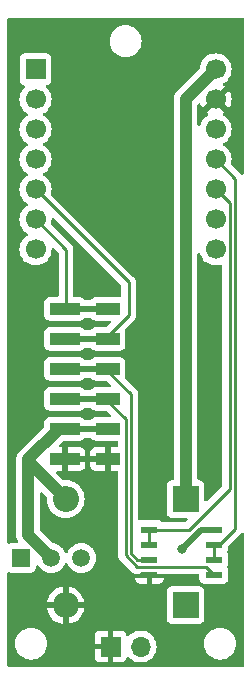
<source format=gbr>
%TF.GenerationSoftware,KiCad,Pcbnew,7.0.9*%
%TF.CreationDate,2024-09-19T11:25:21-04:00*%
%TF.ProjectId,Module_PCB,4d6f6475-6c65-45f5-9043-422e6b696361,rev?*%
%TF.SameCoordinates,Original*%
%TF.FileFunction,Copper,L1,Top*%
%TF.FilePolarity,Positive*%
%FSLAX46Y46*%
G04 Gerber Fmt 4.6, Leading zero omitted, Abs format (unit mm)*
G04 Created by KiCad (PCBNEW 7.0.9) date 2024-09-19 11:25:21*
%MOMM*%
%LPD*%
G01*
G04 APERTURE LIST*
%TA.AperFunction,ComponentPad*%
%ADD10R,2.200000X2.200000*%
%TD*%
%TA.AperFunction,ComponentPad*%
%ADD11O,2.200000X2.200000*%
%TD*%
%TA.AperFunction,SMDPad,CuDef*%
%ADD12R,2.000000X1.000000*%
%TD*%
%TA.AperFunction,ComponentPad*%
%ADD13R,1.500000X1.500000*%
%TD*%
%TA.AperFunction,ComponentPad*%
%ADD14C,1.500000*%
%TD*%
%TA.AperFunction,ComponentPad*%
%ADD15R,1.700000X1.700000*%
%TD*%
%TA.AperFunction,ComponentPad*%
%ADD16O,1.700000X1.700000*%
%TD*%
%TA.AperFunction,SMDPad,CuDef*%
%ADD17R,1.460500X0.558800*%
%TD*%
%TA.AperFunction,ComponentPad*%
%ADD18C,1.700000*%
%TD*%
%TA.AperFunction,SMDPad,CuDef*%
%ADD19R,2.500000X1.000000*%
%TD*%
%TA.AperFunction,ViaPad*%
%ADD20C,0.800000*%
%TD*%
%TA.AperFunction,Conductor*%
%ADD21C,1.000000*%
%TD*%
%TA.AperFunction,Conductor*%
%ADD22C,0.500000*%
%TD*%
%TA.AperFunction,Conductor*%
%ADD23C,0.250000*%
%TD*%
G04 APERTURE END LIST*
D10*
%TO.P,D1,1,K*%
%TO.N,Net-(D1-K)*%
X15080000Y-40750000D03*
D11*
%TO.P,D1,2,A*%
%TO.N,5V*%
X4920000Y-40750000D03*
%TD*%
D12*
%TO.P,J1,1,1*%
%TO.N,SCL*%
X8475000Y-24650000D03*
%TO.P,J1,2,2*%
%TO.N,SDA*%
X8475000Y-27190000D03*
%TO.P,J1,3,3*%
%TO.N,D9*%
X8475000Y-29730000D03*
%TO.P,J1,4,4*%
%TO.N,D10*%
X8475000Y-32270000D03*
%TO.P,J1,5,5*%
%TO.N,5V*%
X8475000Y-34810000D03*
%TO.P,J1,6,6*%
%TO.N,GND*%
X8475000Y-37350000D03*
%TD*%
D13*
%TO.P,Q1,1,E*%
%TO.N,Net-(D2-K)*%
X1170000Y-45750000D03*
D14*
%TO.P,Q1,2,C*%
%TO.N,5V*%
X3710000Y-45750000D03*
%TO.P,Q1,3,B*%
%TO.N,VALVE*%
X6250000Y-45750000D03*
%TD*%
D15*
%TO.P,J3,1,Pin_1*%
%TO.N,GND*%
X8725000Y-53250000D03*
D16*
%TO.P,J3,2,Pin_2*%
%TO.N,Net-(D2-K)*%
X11265000Y-53250000D03*
%TD*%
D17*
%TO.P,U2,1*%
%TO.N,D9_BUFFERED*%
X12025850Y-43345000D03*
%TO.P,U2,2,-*%
X12025850Y-44615000D03*
%TO.P,U2,3,+*%
%TO.N,D9*%
X12025850Y-45885000D03*
%TO.P,U2,4,V-*%
%TO.N,GND*%
X12025850Y-47155000D03*
%TO.P,U2,5,+*%
%TO.N,D10*%
X17474150Y-47155000D03*
%TO.P,U2,6,-*%
%TO.N,D10_BUFFERED*%
X17474150Y-45885000D03*
%TO.P,U2,7*%
X17474150Y-44615000D03*
%TO.P,U2,8,V+*%
%TO.N,5V*%
X17474150Y-43345000D03*
%TD*%
D10*
%TO.P,D2,1,K*%
%TO.N,Net-(D2-K)*%
X15080000Y-49750000D03*
D11*
%TO.P,D2,2,A*%
%TO.N,GND*%
X4920000Y-49750000D03*
%TD*%
D15*
%TO.P,U1,1,PA02_A0_D0*%
%TO.N,unconnected-(U1-PA02_A0_D0-Pad1)*%
X2375000Y-4380000D03*
D18*
%TO.P,U1,2,PA4_A1_D1*%
%TO.N,unconnected-(U1-PA4_A1_D1-Pad2)*%
X2375000Y-6920000D03*
%TO.P,U1,3,PA10_A2_D2*%
%TO.N,unconnected-(U1-PA10_A2_D2-Pad3)*%
X2375000Y-9460000D03*
%TO.P,U1,4,PA11_A3_D3*%
%TO.N,VALVE*%
X2375000Y-12000000D03*
%TO.P,U1,5,PA8_A4_D4_SDA*%
%TO.N,SDA*%
X2375000Y-14540000D03*
%TO.P,U1,6,PA9_A5_D5_SCL*%
%TO.N,SCL*%
X2375000Y-17080000D03*
%TO.P,U1,7,PB08_A6_D6_TX*%
%TO.N,unconnected-(U1-PB08_A6_D6_TX-Pad7)*%
X2375000Y-19620000D03*
%TO.P,U1,8,PB09_A7_D7_RX*%
%TO.N,unconnected-(U1-PB09_A7_D7_RX-Pad8)*%
X17625000Y-19620000D03*
%TO.P,U1,9,PA7_A8_D8_SCK*%
%TO.N,unconnected-(U1-PA7_A8_D8_SCK-Pad9)*%
X17625000Y-17080000D03*
%TO.P,U1,10,PA5_A9_D9_MISO*%
%TO.N,D9_BUFFERED*%
X17625000Y-14540000D03*
%TO.P,U1,11,PA6_A10_D10_MOSI*%
%TO.N,D10_BUFFERED*%
X17625000Y-12000000D03*
%TO.P,U1,12,3V3*%
%TO.N,unconnected-(U1-3V3-Pad12)*%
X17625000Y-9460000D03*
%TO.P,U1,13,GND*%
%TO.N,GND*%
X17625000Y-6920000D03*
%TO.P,U1,14,5V*%
%TO.N,Net-(D1-K)*%
X17625000Y-4380000D03*
%TD*%
D19*
%TO.P,J2,1,1*%
%TO.N,GND*%
X4850000Y-37350000D03*
%TO.P,J2,2,2*%
%TO.N,5V*%
X4850000Y-34810000D03*
%TO.P,J2,3,3*%
%TO.N,D10*%
X4850000Y-32270000D03*
%TO.P,J2,4,4*%
%TO.N,D9*%
X4850000Y-29730000D03*
%TO.P,J2,5,5*%
%TO.N,SDA*%
X4850000Y-27190000D03*
%TO.P,J2,6,6*%
%TO.N,SCL*%
X4850000Y-24650000D03*
%TD*%
D20*
%TO.N,5V*%
X14750000Y-45000000D03*
%TO.N,GND*%
X5000000Y-2500000D03*
X17500000Y-50000000D03*
X12500000Y-12500000D03*
X17500000Y-22500000D03*
X12500000Y-22500000D03*
X15000000Y-2500000D03*
X17500000Y-32500000D03*
X7500000Y-22500000D03*
X2500000Y-49750000D03*
X7000000Y-42500000D03*
X5000000Y-12500000D03*
X12500000Y-32500000D03*
%TD*%
D21*
%TO.N,Net-(D1-K)*%
X17625000Y-4380000D02*
X15080000Y-6925000D01*
X15080000Y-6925000D02*
X15080000Y-40750000D01*
%TO.N,5V*%
X1750000Y-37580000D02*
X4920000Y-40750000D01*
D22*
X16405000Y-43345000D02*
X14750000Y-45000000D01*
D21*
X4340000Y-34810000D02*
X4950000Y-34810000D01*
D22*
X4950000Y-34810000D02*
X8275000Y-34810000D01*
D21*
X1750000Y-37400000D02*
X1750000Y-37580000D01*
X1750000Y-43790000D02*
X1750000Y-37400000D01*
D22*
X17474150Y-43345000D02*
X16405000Y-43345000D01*
D21*
X3710000Y-45750000D02*
X1750000Y-43790000D01*
X1750000Y-37400000D02*
X4340000Y-34810000D01*
D22*
%TO.N,GND*%
X12025850Y-47155000D02*
X11386200Y-47155000D01*
D23*
%TO.N,SDA*%
X2375000Y-14540000D02*
X10250000Y-22415000D01*
X10250000Y-22415000D02*
X10250000Y-25215000D01*
D22*
X4950000Y-27190000D02*
X8275000Y-27190000D01*
D23*
X10250000Y-25215000D02*
X8275000Y-27190000D01*
%TO.N,SCL*%
X2375000Y-17080000D02*
X4950000Y-19655000D01*
X4950000Y-19655000D02*
X4950000Y-24650000D01*
D22*
X4950000Y-24650000D02*
X8275000Y-24650000D01*
D23*
%TO.N,D9_BUFFERED*%
X18800000Y-39880000D02*
X15335000Y-43345000D01*
X12025850Y-44615000D02*
X12025850Y-43345000D01*
X18800000Y-15715000D02*
X18800000Y-39880000D01*
X15335000Y-43345000D02*
X12025850Y-43345000D01*
X17625000Y-14540000D02*
X18800000Y-15715000D01*
%TO.N,D10_BUFFERED*%
X19250000Y-43290000D02*
X17925000Y-44615000D01*
X17925000Y-44615000D02*
X17474150Y-44615000D01*
X17474150Y-44615000D02*
X17474150Y-45885000D01*
X17625000Y-12000000D02*
X19250000Y-13625000D01*
X19250000Y-13625000D02*
X19250000Y-43290000D01*
%TO.N,D9*%
X12025850Y-45885000D02*
X11002596Y-45885000D01*
X11002596Y-45885000D02*
X10450000Y-45332404D01*
X10450000Y-45332404D02*
X10450000Y-31905000D01*
X10450000Y-31905000D02*
X8275000Y-29730000D01*
D22*
X4950000Y-29730000D02*
X8275000Y-29730000D01*
D23*
%TO.N,D10*%
X16808550Y-46489400D02*
X10970600Y-46489400D01*
X10000000Y-45518800D02*
X10000000Y-33995000D01*
X10970600Y-46489400D02*
X10000000Y-45518800D01*
X10000000Y-33995000D02*
X8275000Y-32270000D01*
D22*
X4950000Y-32270000D02*
X8275000Y-32270000D01*
D23*
X17474150Y-47155000D02*
X16808550Y-46489400D01*
%TD*%
%TA.AperFunction,Conductor*%
%TO.N,GND*%
G36*
X7042288Y-35580185D02*
G01*
X7074515Y-35610188D01*
X7117451Y-35667542D01*
X7117454Y-35667546D01*
X7117457Y-35667548D01*
X7232664Y-35753793D01*
X7232671Y-35753797D01*
X7367517Y-35804091D01*
X7367516Y-35804091D01*
X7374444Y-35804835D01*
X7427127Y-35810500D01*
X9250500Y-35810499D01*
X9317539Y-35830184D01*
X9363294Y-35882987D01*
X9374500Y-35934499D01*
X9374500Y-36226000D01*
X9354815Y-36293039D01*
X9302011Y-36338794D01*
X9250500Y-36350000D01*
X8725000Y-36350000D01*
X8725000Y-38350000D01*
X9250500Y-38350000D01*
X9317539Y-38369685D01*
X9363294Y-38422489D01*
X9374500Y-38474000D01*
X9374500Y-45436055D01*
X9372775Y-45451672D01*
X9373061Y-45451699D01*
X9372326Y-45459465D01*
X9374500Y-45528614D01*
X9374500Y-45558143D01*
X9374501Y-45558160D01*
X9375368Y-45565031D01*
X9375826Y-45570850D01*
X9377290Y-45617424D01*
X9377291Y-45617427D01*
X9382880Y-45636667D01*
X9386824Y-45655711D01*
X9389336Y-45675591D01*
X9406490Y-45718919D01*
X9408382Y-45724447D01*
X9421381Y-45769188D01*
X9431580Y-45786434D01*
X9440138Y-45803903D01*
X9447514Y-45822532D01*
X9474898Y-45860223D01*
X9478106Y-45865107D01*
X9501827Y-45905216D01*
X9501833Y-45905224D01*
X9515990Y-45919380D01*
X9528628Y-45934176D01*
X9540405Y-45950386D01*
X9540406Y-45950387D01*
X9576309Y-45980088D01*
X9580620Y-45984010D01*
X10042298Y-46445688D01*
X10469794Y-46873184D01*
X10479619Y-46885448D01*
X10479840Y-46885266D01*
X10484810Y-46891273D01*
X10484813Y-46891276D01*
X10484814Y-46891277D01*
X10535251Y-46938641D01*
X10556130Y-46959520D01*
X10561604Y-46963766D01*
X10566042Y-46967556D01*
X10600018Y-46999462D01*
X10617573Y-47009113D01*
X10633831Y-47019792D01*
X10649664Y-47032074D01*
X10671615Y-47041572D01*
X10692437Y-47050583D01*
X10697681Y-47053152D01*
X10738508Y-47075597D01*
X10757912Y-47080579D01*
X10776310Y-47086878D01*
X10794705Y-47094838D01*
X10840729Y-47102126D01*
X10846432Y-47103307D01*
X10891581Y-47114900D01*
X10911616Y-47114900D01*
X10931013Y-47116426D01*
X10950796Y-47119560D01*
X10997184Y-47115175D01*
X11003022Y-47114900D01*
X16119400Y-47114900D01*
X16186439Y-47134585D01*
X16232194Y-47187389D01*
X16243400Y-47238899D01*
X16243400Y-47482269D01*
X16243401Y-47482276D01*
X16249808Y-47541883D01*
X16300102Y-47676728D01*
X16300106Y-47676735D01*
X16386352Y-47791944D01*
X16386355Y-47791947D01*
X16501564Y-47878193D01*
X16501571Y-47878197D01*
X16636417Y-47928491D01*
X16636416Y-47928491D01*
X16643344Y-47929235D01*
X16696027Y-47934900D01*
X18252272Y-47934899D01*
X18311883Y-47928491D01*
X18446731Y-47878196D01*
X18561946Y-47791946D01*
X18648196Y-47676731D01*
X18698491Y-47541883D01*
X18704900Y-47482273D01*
X18704899Y-46827728D01*
X18698491Y-46768117D01*
X18688873Y-46742331D01*
X18648197Y-46633272D01*
X18648196Y-46633269D01*
X18619029Y-46594307D01*
X18594613Y-46528848D01*
X18609464Y-46460575D01*
X18619021Y-46445702D01*
X18648196Y-46406731D01*
X18698491Y-46271883D01*
X18704900Y-46212273D01*
X18704899Y-45557728D01*
X18698491Y-45498117D01*
X18684075Y-45459467D01*
X18648197Y-45363272D01*
X18648196Y-45363269D01*
X18619029Y-45324307D01*
X18594613Y-45258848D01*
X18609464Y-45190575D01*
X18619021Y-45175702D01*
X18648196Y-45136731D01*
X18698491Y-45001883D01*
X18704900Y-44942273D01*
X18704899Y-44771051D01*
X18724583Y-44704012D01*
X18741213Y-44683375D01*
X19633787Y-43790802D01*
X19646042Y-43780986D01*
X19645859Y-43780764D01*
X19651866Y-43775792D01*
X19651877Y-43775786D01*
X19682775Y-43742882D01*
X19699227Y-43725364D01*
X19709671Y-43714918D01*
X19720120Y-43704471D01*
X19724379Y-43698978D01*
X19728152Y-43694561D01*
X19760062Y-43660582D01*
X19766836Y-43648258D01*
X19816380Y-43598994D01*
X19884695Y-43584334D01*
X19950090Y-43608936D01*
X19991804Y-43664987D01*
X19999500Y-43707993D01*
X19999500Y-54875500D01*
X19979815Y-54942539D01*
X19927011Y-54988294D01*
X19875500Y-54999500D01*
X124500Y-54999500D01*
X57461Y-54979815D01*
X11706Y-54927011D01*
X500Y-54875500D01*
X500Y-53000000D01*
X644341Y-53000000D01*
X664936Y-53235403D01*
X664938Y-53235413D01*
X726094Y-53463655D01*
X726096Y-53463659D01*
X726097Y-53463663D01*
X776031Y-53570746D01*
X825964Y-53677828D01*
X825965Y-53677830D01*
X961505Y-53871402D01*
X1128597Y-54038494D01*
X1322169Y-54174034D01*
X1322171Y-54174035D01*
X1536337Y-54273903D01*
X1764592Y-54335063D01*
X1941034Y-54350500D01*
X2058966Y-54350500D01*
X2235408Y-54335063D01*
X2463663Y-54273903D01*
X2677829Y-54174035D01*
X2715234Y-54147844D01*
X7375000Y-54147844D01*
X7381401Y-54207372D01*
X7381403Y-54207379D01*
X7431645Y-54342086D01*
X7431649Y-54342093D01*
X7517809Y-54457187D01*
X7517812Y-54457190D01*
X7632906Y-54543350D01*
X7632913Y-54543354D01*
X7767620Y-54593596D01*
X7767627Y-54593598D01*
X7827155Y-54599999D01*
X7827172Y-54600000D01*
X8475000Y-54600000D01*
X8475000Y-53685501D01*
X8582685Y-53734680D01*
X8689237Y-53750000D01*
X8760763Y-53750000D01*
X8867315Y-53734680D01*
X8975000Y-53685501D01*
X8975000Y-54600000D01*
X9622828Y-54600000D01*
X9622844Y-54599999D01*
X9682372Y-54593598D01*
X9682379Y-54593596D01*
X9817086Y-54543354D01*
X9817093Y-54543350D01*
X9932187Y-54457190D01*
X9932190Y-54457187D01*
X10018350Y-54342093D01*
X10018354Y-54342086D01*
X10067422Y-54210529D01*
X10109293Y-54154595D01*
X10174757Y-54130178D01*
X10243030Y-54145030D01*
X10271285Y-54166181D01*
X10393599Y-54288495D01*
X10460102Y-54335061D01*
X10587165Y-54424032D01*
X10587167Y-54424033D01*
X10587170Y-54424035D01*
X10801337Y-54523903D01*
X11029592Y-54585063D01*
X11200319Y-54600000D01*
X11264999Y-54605659D01*
X11265000Y-54605659D01*
X11265001Y-54605659D01*
X11329681Y-54600000D01*
X11500408Y-54585063D01*
X11728663Y-54523903D01*
X11942830Y-54424035D01*
X12136401Y-54288495D01*
X12303495Y-54121401D01*
X12439035Y-53927830D01*
X12538903Y-53713663D01*
X12600063Y-53485408D01*
X12620659Y-53250000D01*
X12600063Y-53014592D01*
X12596153Y-53000000D01*
X16644341Y-53000000D01*
X16664936Y-53235403D01*
X16664938Y-53235413D01*
X16726094Y-53463655D01*
X16726096Y-53463659D01*
X16726097Y-53463663D01*
X16776031Y-53570746D01*
X16825964Y-53677828D01*
X16825965Y-53677830D01*
X16961505Y-53871402D01*
X17128597Y-54038494D01*
X17322169Y-54174034D01*
X17322171Y-54174035D01*
X17536337Y-54273903D01*
X17764592Y-54335063D01*
X17941034Y-54350500D01*
X18058966Y-54350500D01*
X18235408Y-54335063D01*
X18463663Y-54273903D01*
X18677829Y-54174035D01*
X18871401Y-54038495D01*
X19038495Y-53871401D01*
X19174035Y-53677830D01*
X19273903Y-53463663D01*
X19335063Y-53235408D01*
X19355659Y-53000000D01*
X19335063Y-52764592D01*
X19273903Y-52536337D01*
X19174035Y-52322171D01*
X19174034Y-52322169D01*
X19038494Y-52128597D01*
X18871402Y-51961505D01*
X18677830Y-51825965D01*
X18677828Y-51825964D01*
X18570746Y-51776031D01*
X18463663Y-51726097D01*
X18463659Y-51726096D01*
X18463655Y-51726094D01*
X18235413Y-51664938D01*
X18235403Y-51664936D01*
X18058966Y-51649500D01*
X17941034Y-51649500D01*
X17764596Y-51664936D01*
X17764586Y-51664938D01*
X17536344Y-51726094D01*
X17536335Y-51726098D01*
X17322171Y-51825964D01*
X17322169Y-51825965D01*
X17128597Y-51961505D01*
X16961506Y-52128597D01*
X16961501Y-52128604D01*
X16825967Y-52322165D01*
X16825965Y-52322169D01*
X16726098Y-52536335D01*
X16726094Y-52536344D01*
X16664938Y-52764586D01*
X16664936Y-52764596D01*
X16644341Y-52999999D01*
X16644341Y-53000000D01*
X12596153Y-53000000D01*
X12538903Y-52786337D01*
X12439035Y-52572171D01*
X12413943Y-52536335D01*
X12303494Y-52378597D01*
X12136402Y-52211506D01*
X12136395Y-52211501D01*
X11942834Y-52075967D01*
X11942830Y-52075965D01*
X11871727Y-52042809D01*
X11728663Y-51976097D01*
X11728659Y-51976096D01*
X11728655Y-51976094D01*
X11500413Y-51914938D01*
X11500403Y-51914936D01*
X11265001Y-51894341D01*
X11264999Y-51894341D01*
X11029596Y-51914936D01*
X11029586Y-51914938D01*
X10801344Y-51976094D01*
X10801335Y-51976098D01*
X10587171Y-52075964D01*
X10587169Y-52075965D01*
X10393600Y-52211503D01*
X10271284Y-52333819D01*
X10209961Y-52367303D01*
X10140269Y-52362319D01*
X10084336Y-52320447D01*
X10067421Y-52289470D01*
X10018354Y-52157913D01*
X10018350Y-52157906D01*
X9932190Y-52042812D01*
X9932187Y-52042809D01*
X9817093Y-51956649D01*
X9817086Y-51956645D01*
X9682379Y-51906403D01*
X9682372Y-51906401D01*
X9622844Y-51900000D01*
X8975000Y-51900000D01*
X8975000Y-52814498D01*
X8867315Y-52765320D01*
X8760763Y-52750000D01*
X8689237Y-52750000D01*
X8582685Y-52765320D01*
X8475000Y-52814498D01*
X8475000Y-51900000D01*
X7827155Y-51900000D01*
X7767627Y-51906401D01*
X7767620Y-51906403D01*
X7632913Y-51956645D01*
X7632906Y-51956649D01*
X7517812Y-52042809D01*
X7517809Y-52042812D01*
X7431649Y-52157906D01*
X7431645Y-52157913D01*
X7381403Y-52292620D01*
X7381401Y-52292627D01*
X7375000Y-52352155D01*
X7375000Y-53000000D01*
X8291314Y-53000000D01*
X8265507Y-53040156D01*
X8225000Y-53178111D01*
X8225000Y-53321889D01*
X8265507Y-53459844D01*
X8291314Y-53500000D01*
X7375000Y-53500000D01*
X7375000Y-54147844D01*
X2715234Y-54147844D01*
X2871401Y-54038495D01*
X3038495Y-53871401D01*
X3174035Y-53677830D01*
X3273903Y-53463663D01*
X3335063Y-53235408D01*
X3355659Y-53000000D01*
X3335063Y-52764592D01*
X3273903Y-52536337D01*
X3174035Y-52322171D01*
X3174034Y-52322169D01*
X3038494Y-52128597D01*
X2871402Y-51961505D01*
X2677830Y-51825965D01*
X2677828Y-51825964D01*
X2570746Y-51776031D01*
X2463663Y-51726097D01*
X2463659Y-51726096D01*
X2463655Y-51726094D01*
X2235413Y-51664938D01*
X2235403Y-51664936D01*
X2058966Y-51649500D01*
X1941034Y-51649500D01*
X1764596Y-51664936D01*
X1764586Y-51664938D01*
X1536344Y-51726094D01*
X1536335Y-51726098D01*
X1322171Y-51825964D01*
X1322169Y-51825965D01*
X1128597Y-51961505D01*
X961506Y-52128597D01*
X961501Y-52128604D01*
X825967Y-52322165D01*
X825965Y-52322169D01*
X726098Y-52536335D01*
X726094Y-52536344D01*
X664938Y-52764586D01*
X664936Y-52764596D01*
X644341Y-52999999D01*
X644341Y-53000000D01*
X500Y-53000000D01*
X500Y-50000000D01*
X3334728Y-50000000D01*
X3334811Y-50001067D01*
X3393603Y-50245956D01*
X3489980Y-50478631D01*
X3621568Y-50693362D01*
X3621571Y-50693367D01*
X3785130Y-50884869D01*
X3976632Y-51048428D01*
X3976637Y-51048431D01*
X4191368Y-51180019D01*
X4424043Y-51276396D01*
X4668932Y-51335188D01*
X4669999Y-51335271D01*
X4670000Y-51335271D01*
X4670000Y-50241683D01*
X4698819Y-50259209D01*
X4844404Y-50300000D01*
X4957622Y-50300000D01*
X5069783Y-50284584D01*
X5170000Y-50241053D01*
X5170000Y-51335271D01*
X5171067Y-51335188D01*
X5415956Y-51276396D01*
X5648631Y-51180019D01*
X5863362Y-51048431D01*
X5863367Y-51048428D01*
X6039647Y-50897870D01*
X13479500Y-50897870D01*
X13479501Y-50897876D01*
X13485908Y-50957483D01*
X13536202Y-51092328D01*
X13536206Y-51092335D01*
X13622452Y-51207544D01*
X13622455Y-51207547D01*
X13737664Y-51293793D01*
X13737671Y-51293797D01*
X13872517Y-51344091D01*
X13872516Y-51344091D01*
X13879444Y-51344835D01*
X13932127Y-51350500D01*
X16227872Y-51350499D01*
X16287483Y-51344091D01*
X16422331Y-51293796D01*
X16537546Y-51207546D01*
X16623796Y-51092331D01*
X16674091Y-50957483D01*
X16680500Y-50897873D01*
X16680499Y-48602128D01*
X16674091Y-48542517D01*
X16640170Y-48451571D01*
X16623797Y-48407671D01*
X16623793Y-48407664D01*
X16537547Y-48292455D01*
X16537544Y-48292452D01*
X16422335Y-48206206D01*
X16422328Y-48206202D01*
X16287482Y-48155908D01*
X16287483Y-48155908D01*
X16227883Y-48149501D01*
X16227881Y-48149500D01*
X16227873Y-48149500D01*
X16227864Y-48149500D01*
X13932129Y-48149500D01*
X13932123Y-48149501D01*
X13872516Y-48155908D01*
X13737671Y-48206202D01*
X13737664Y-48206206D01*
X13622455Y-48292452D01*
X13622452Y-48292455D01*
X13536206Y-48407664D01*
X13536202Y-48407671D01*
X13485908Y-48542517D01*
X13479501Y-48602116D01*
X13479501Y-48602123D01*
X13479500Y-48602135D01*
X13479500Y-50897870D01*
X6039647Y-50897870D01*
X6054869Y-50884869D01*
X6218428Y-50693367D01*
X6218431Y-50693362D01*
X6350019Y-50478631D01*
X6446396Y-50245956D01*
X6505188Y-50001067D01*
X6505272Y-50000000D01*
X5414852Y-50000000D01*
X5463559Y-49862953D01*
X5473877Y-49712114D01*
X5443116Y-49564085D01*
X5409910Y-49500000D01*
X6505271Y-49500000D01*
X6505271Y-49499999D01*
X6505188Y-49498932D01*
X6446396Y-49254043D01*
X6350019Y-49021368D01*
X6218431Y-48806637D01*
X6218428Y-48806632D01*
X6054869Y-48615130D01*
X5863367Y-48451571D01*
X5863362Y-48451568D01*
X5648631Y-48319980D01*
X5415956Y-48223603D01*
X5171064Y-48164811D01*
X5170000Y-48164726D01*
X5170000Y-49258316D01*
X5141181Y-49240791D01*
X4995596Y-49200000D01*
X4882378Y-49200000D01*
X4770217Y-49215416D01*
X4670000Y-49258946D01*
X4670000Y-48164726D01*
X4668935Y-48164811D01*
X4424043Y-48223603D01*
X4191368Y-48319980D01*
X3976637Y-48451568D01*
X3976632Y-48451571D01*
X3785130Y-48615130D01*
X3621571Y-48806632D01*
X3621568Y-48806637D01*
X3489980Y-49021368D01*
X3393603Y-49254043D01*
X3334811Y-49498932D01*
X3334728Y-49499999D01*
X3334729Y-49500000D01*
X4425148Y-49500000D01*
X4376441Y-49637047D01*
X4366123Y-49787886D01*
X4396884Y-49935915D01*
X4430090Y-50000000D01*
X3334728Y-50000000D01*
X500Y-50000000D01*
X500Y-47405000D01*
X10795600Y-47405000D01*
X10795600Y-47482244D01*
X10802001Y-47541772D01*
X10802003Y-47541779D01*
X10852245Y-47676486D01*
X10852249Y-47676493D01*
X10938409Y-47791587D01*
X10938412Y-47791590D01*
X11053506Y-47877750D01*
X11053513Y-47877754D01*
X11188220Y-47927996D01*
X11188227Y-47927998D01*
X11247755Y-47934399D01*
X11247772Y-47934400D01*
X11775850Y-47934400D01*
X11775850Y-47405000D01*
X12275850Y-47405000D01*
X12275850Y-47934400D01*
X12803928Y-47934400D01*
X12803944Y-47934399D01*
X12863472Y-47927998D01*
X12863479Y-47927996D01*
X12998186Y-47877754D01*
X12998193Y-47877750D01*
X13113287Y-47791590D01*
X13113290Y-47791587D01*
X13199450Y-47676493D01*
X13199454Y-47676486D01*
X13249696Y-47541779D01*
X13249698Y-47541772D01*
X13256099Y-47482244D01*
X13256100Y-47482227D01*
X13256100Y-47405000D01*
X12275850Y-47405000D01*
X11775850Y-47405000D01*
X10795600Y-47405000D01*
X500Y-47405000D01*
X500Y-47056045D01*
X20185Y-46989006D01*
X72989Y-46943251D01*
X142147Y-46933307D01*
X168804Y-46942184D01*
X169359Y-46940697D01*
X312517Y-46994091D01*
X312516Y-46994091D01*
X319444Y-46994835D01*
X372127Y-47000500D01*
X1967872Y-47000499D01*
X2027483Y-46994091D01*
X2162331Y-46943796D01*
X2277546Y-46857546D01*
X2363796Y-46742331D01*
X2414091Y-46607483D01*
X2420500Y-46547873D01*
X2420499Y-46481860D01*
X2440183Y-46414824D01*
X2492986Y-46369068D01*
X2562144Y-46359124D01*
X2625700Y-46388148D01*
X2646073Y-46410738D01*
X2695877Y-46481864D01*
X2748402Y-46556877D01*
X2903123Y-46711598D01*
X3082361Y-46837102D01*
X3280670Y-46929575D01*
X3492023Y-46986207D01*
X3674926Y-47002208D01*
X3709998Y-47005277D01*
X3710000Y-47005277D01*
X3710002Y-47005277D01*
X3738254Y-47002805D01*
X3927977Y-46986207D01*
X4139330Y-46929575D01*
X4337639Y-46837102D01*
X4516877Y-46711598D01*
X4671598Y-46556877D01*
X4797102Y-46377639D01*
X4867618Y-46226414D01*
X4913790Y-46173977D01*
X4980984Y-46154825D01*
X5047865Y-46175041D01*
X5092381Y-46226414D01*
X5162898Y-46377639D01*
X5288402Y-46556877D01*
X5443123Y-46711598D01*
X5622361Y-46837102D01*
X5820670Y-46929575D01*
X6032023Y-46986207D01*
X6214926Y-47002208D01*
X6249998Y-47005277D01*
X6250000Y-47005277D01*
X6250002Y-47005277D01*
X6278254Y-47002805D01*
X6467977Y-46986207D01*
X6679330Y-46929575D01*
X6877639Y-46837102D01*
X7056877Y-46711598D01*
X7211598Y-46556877D01*
X7337102Y-46377639D01*
X7429575Y-46179330D01*
X7486207Y-45967977D01*
X7505277Y-45750000D01*
X7504393Y-45739900D01*
X7497134Y-45656928D01*
X7486207Y-45532023D01*
X7429575Y-45320670D01*
X7337102Y-45122362D01*
X7337100Y-45122359D01*
X7337099Y-45122357D01*
X7211599Y-44943124D01*
X7135800Y-44867325D01*
X7056877Y-44788402D01*
X6877639Y-44662898D01*
X6877640Y-44662898D01*
X6877638Y-44662897D01*
X6778484Y-44616661D01*
X6679330Y-44570425D01*
X6679326Y-44570424D01*
X6679322Y-44570422D01*
X6467977Y-44513793D01*
X6250002Y-44494723D01*
X6249998Y-44494723D01*
X6122151Y-44505908D01*
X6032023Y-44513793D01*
X6032020Y-44513793D01*
X5820677Y-44570422D01*
X5820668Y-44570426D01*
X5622361Y-44662898D01*
X5622357Y-44662900D01*
X5443121Y-44788402D01*
X5288402Y-44943121D01*
X5162900Y-45122357D01*
X5162898Y-45122361D01*
X5092382Y-45273583D01*
X5046209Y-45326022D01*
X4979016Y-45345174D01*
X4912135Y-45324958D01*
X4867618Y-45273583D01*
X4821283Y-45174218D01*
X4797102Y-45122362D01*
X4797100Y-45122359D01*
X4797099Y-45122357D01*
X4671599Y-44943124D01*
X4595800Y-44867325D01*
X4516877Y-44788402D01*
X4337639Y-44662898D01*
X4337640Y-44662898D01*
X4337638Y-44662897D01*
X4238484Y-44616661D01*
X4139330Y-44570425D01*
X4139326Y-44570424D01*
X4139322Y-44570422D01*
X3927974Y-44513792D01*
X3922647Y-44512853D01*
X3922931Y-44511240D01*
X3864813Y-44488488D01*
X3853034Y-44478114D01*
X2786819Y-43411899D01*
X2753334Y-43350576D01*
X2750500Y-43324218D01*
X2750500Y-40294782D01*
X2770185Y-40227743D01*
X2822989Y-40181988D01*
X2892147Y-40172044D01*
X2955703Y-40201069D01*
X2962181Y-40207101D01*
X3288030Y-40532950D01*
X3321515Y-40594273D01*
X3323967Y-40630360D01*
X3314551Y-40749999D01*
X3334317Y-41001151D01*
X3393126Y-41246110D01*
X3489533Y-41478859D01*
X3621160Y-41693653D01*
X3621161Y-41693656D01*
X3621164Y-41693659D01*
X3784776Y-41885224D01*
X3933066Y-42011875D01*
X3976343Y-42048838D01*
X3976346Y-42048839D01*
X4191140Y-42180466D01*
X4423889Y-42276873D01*
X4668852Y-42335683D01*
X4920000Y-42355449D01*
X5171148Y-42335683D01*
X5416111Y-42276873D01*
X5648859Y-42180466D01*
X5863659Y-42048836D01*
X6055224Y-41885224D01*
X6218836Y-41693659D01*
X6350466Y-41478859D01*
X6446873Y-41246111D01*
X6505683Y-41001148D01*
X6525449Y-40750000D01*
X6505683Y-40498852D01*
X6446873Y-40253889D01*
X6350466Y-40021141D01*
X6350466Y-40021140D01*
X6218839Y-39806346D01*
X6218838Y-39806343D01*
X6181875Y-39763066D01*
X6055224Y-39614776D01*
X5928571Y-39506604D01*
X5863656Y-39451161D01*
X5863653Y-39451160D01*
X5648859Y-39319533D01*
X5416110Y-39223126D01*
X5171151Y-39164317D01*
X4982787Y-39149492D01*
X4920000Y-39144551D01*
X4919999Y-39144551D01*
X4859542Y-39149309D01*
X4800359Y-39153966D01*
X4731983Y-39139603D01*
X4702950Y-39118030D01*
X4146601Y-38561681D01*
X4113116Y-38500358D01*
X4118100Y-38430666D01*
X4159972Y-38374733D01*
X4225436Y-38350316D01*
X4234282Y-38350000D01*
X4600000Y-38350000D01*
X4600000Y-37600000D01*
X5100000Y-37600000D01*
X5100000Y-38350000D01*
X6147828Y-38350000D01*
X6147844Y-38349999D01*
X6207372Y-38343598D01*
X6207379Y-38343596D01*
X6342086Y-38293354D01*
X6342093Y-38293350D01*
X6457187Y-38207190D01*
X6457190Y-38207187D01*
X6543350Y-38092093D01*
X6543354Y-38092086D01*
X6593596Y-37957379D01*
X6593598Y-37957372D01*
X6599999Y-37897844D01*
X6600000Y-37897827D01*
X6600000Y-37600000D01*
X6975000Y-37600000D01*
X6975000Y-37897844D01*
X6981401Y-37957372D01*
X6981403Y-37957379D01*
X7031645Y-38092086D01*
X7031649Y-38092093D01*
X7117809Y-38207187D01*
X7117812Y-38207190D01*
X7232906Y-38293350D01*
X7232913Y-38293354D01*
X7367620Y-38343596D01*
X7367627Y-38343598D01*
X7427155Y-38349999D01*
X7427172Y-38350000D01*
X8225000Y-38350000D01*
X8225000Y-37600000D01*
X6975000Y-37600000D01*
X6600000Y-37600000D01*
X5100000Y-37600000D01*
X4600000Y-37600000D01*
X4600000Y-36350000D01*
X5100000Y-36350000D01*
X5100000Y-37100000D01*
X6600000Y-37100000D01*
X6975000Y-37100000D01*
X8225000Y-37100000D01*
X8225000Y-36350000D01*
X7427155Y-36350000D01*
X7367627Y-36356401D01*
X7367620Y-36356403D01*
X7232913Y-36406645D01*
X7232906Y-36406649D01*
X7117812Y-36492809D01*
X7117809Y-36492812D01*
X7031649Y-36607906D01*
X7031645Y-36607913D01*
X6981403Y-36742620D01*
X6981401Y-36742627D01*
X6975000Y-36802155D01*
X6975000Y-37100000D01*
X6600000Y-37100000D01*
X6600000Y-36802172D01*
X6599999Y-36802155D01*
X6593598Y-36742627D01*
X6593596Y-36742620D01*
X6543354Y-36607913D01*
X6543350Y-36607906D01*
X6457190Y-36492812D01*
X6457187Y-36492809D01*
X6342093Y-36406649D01*
X6342086Y-36406645D01*
X6207379Y-36356403D01*
X6207372Y-36356401D01*
X6147844Y-36350000D01*
X5100000Y-36350000D01*
X4600000Y-36350000D01*
X4514282Y-36350000D01*
X4447243Y-36330315D01*
X4401488Y-36277511D01*
X4391544Y-36208353D01*
X4420569Y-36144797D01*
X4426601Y-36138319D01*
X4718101Y-35846819D01*
X4779424Y-35813334D01*
X4805782Y-35810500D01*
X5003766Y-35810500D01*
X5003786Y-35810499D01*
X6147871Y-35810499D01*
X6147872Y-35810499D01*
X6207483Y-35804091D01*
X6342331Y-35753796D01*
X6457546Y-35667546D01*
X6484227Y-35631903D01*
X6500485Y-35610188D01*
X6556419Y-35568318D01*
X6599751Y-35560500D01*
X6975249Y-35560500D01*
X7042288Y-35580185D01*
G37*
%TD.AperFunction*%
%TA.AperFunction,Conductor*%
G36*
X3935862Y-16985898D02*
G01*
X3942340Y-16991930D01*
X9588181Y-22637771D01*
X9621666Y-22699094D01*
X9624500Y-22725452D01*
X9624500Y-23525500D01*
X9604815Y-23592539D01*
X9552011Y-23638294D01*
X9500500Y-23649500D01*
X7427129Y-23649500D01*
X7427123Y-23649501D01*
X7367516Y-23655908D01*
X7232671Y-23706202D01*
X7232664Y-23706206D01*
X7117457Y-23792451D01*
X7117451Y-23792457D01*
X7074515Y-23849812D01*
X7018581Y-23891682D01*
X6975249Y-23899500D01*
X6599751Y-23899500D01*
X6532712Y-23879815D01*
X6500485Y-23849812D01*
X6457548Y-23792457D01*
X6457546Y-23792454D01*
X6457542Y-23792451D01*
X6342335Y-23706206D01*
X6342328Y-23706202D01*
X6207482Y-23655908D01*
X6207483Y-23655908D01*
X6147883Y-23649501D01*
X6147881Y-23649500D01*
X6147873Y-23649500D01*
X6147865Y-23649500D01*
X5699500Y-23649500D01*
X5632461Y-23629815D01*
X5586706Y-23577011D01*
X5575500Y-23525500D01*
X5575500Y-19737742D01*
X5577224Y-19722122D01*
X5576939Y-19722096D01*
X5577671Y-19714340D01*
X5577673Y-19714333D01*
X5575500Y-19645185D01*
X5575500Y-19615650D01*
X5574631Y-19608772D01*
X5574172Y-19602943D01*
X5572709Y-19556372D01*
X5567122Y-19537144D01*
X5563174Y-19518084D01*
X5560663Y-19498204D01*
X5543512Y-19454887D01*
X5541619Y-19449358D01*
X5528618Y-19404609D01*
X5528616Y-19404606D01*
X5518423Y-19387371D01*
X5509861Y-19369894D01*
X5502487Y-19351270D01*
X5502486Y-19351268D01*
X5475079Y-19313545D01*
X5471888Y-19308686D01*
X5448172Y-19268583D01*
X5448165Y-19268574D01*
X5434006Y-19254415D01*
X5421368Y-19239619D01*
X5410271Y-19224345D01*
X5409594Y-19223413D01*
X5373688Y-19193709D01*
X5369376Y-19189786D01*
X3715237Y-17535647D01*
X3681752Y-17474324D01*
X3683143Y-17415872D01*
X3697348Y-17362860D01*
X3710063Y-17315408D01*
X3730659Y-17080000D01*
X3730659Y-17079999D01*
X3730659Y-17079611D01*
X3730707Y-17079445D01*
X3731131Y-17074606D01*
X3732103Y-17074691D01*
X3750344Y-17012572D01*
X3803148Y-16966817D01*
X3872306Y-16956873D01*
X3935862Y-16985898D01*
G37*
%TD.AperFunction*%
%TA.AperFunction,Conductor*%
G36*
X19942539Y-20185D02*
G01*
X19988294Y-72989D01*
X19999500Y-124500D01*
X19999500Y-13210288D01*
X19979815Y-13277327D01*
X19927011Y-13323082D01*
X19857853Y-13333026D01*
X19794297Y-13304001D01*
X19768768Y-13273409D01*
X19748172Y-13238583D01*
X19748165Y-13238574D01*
X19734006Y-13224415D01*
X19721368Y-13209619D01*
X19709594Y-13193413D01*
X19679388Y-13168425D01*
X19673688Y-13163709D01*
X19669376Y-13159786D01*
X18965237Y-12455647D01*
X18931752Y-12394324D01*
X18933143Y-12335872D01*
X18947348Y-12282860D01*
X18960063Y-12235408D01*
X18980659Y-12000000D01*
X18960063Y-11764592D01*
X18898903Y-11536337D01*
X18799035Y-11322171D01*
X18663495Y-11128599D01*
X18663494Y-11128597D01*
X18496402Y-10961506D01*
X18496396Y-10961501D01*
X18310842Y-10831575D01*
X18267217Y-10776998D01*
X18260023Y-10707500D01*
X18291546Y-10645145D01*
X18310842Y-10628425D01*
X18333026Y-10612891D01*
X18496401Y-10498495D01*
X18663495Y-10331401D01*
X18799035Y-10137830D01*
X18898903Y-9923663D01*
X18960063Y-9695408D01*
X18980659Y-9460000D01*
X18960063Y-9224592D01*
X18898903Y-8996337D01*
X18799035Y-8782171D01*
X18663495Y-8588599D01*
X18663494Y-8588597D01*
X18496402Y-8421506D01*
X18496401Y-8421505D01*
X18310405Y-8291269D01*
X18266781Y-8236692D01*
X18259588Y-8167193D01*
X18291110Y-8104839D01*
X18310405Y-8088119D01*
X18386373Y-8034925D01*
X17757533Y-7406086D01*
X17767315Y-7404680D01*
X17898100Y-7344952D01*
X18006761Y-7250798D01*
X18084493Y-7129844D01*
X18108076Y-7049524D01*
X18739925Y-7681373D01*
X18739926Y-7681373D01*
X18798598Y-7597582D01*
X18798600Y-7597578D01*
X18898429Y-7383492D01*
X18898433Y-7383483D01*
X18959567Y-7155326D01*
X18959569Y-7155315D01*
X18980157Y-6920001D01*
X18980157Y-6919998D01*
X18959569Y-6684684D01*
X18959567Y-6684673D01*
X18898433Y-6456516D01*
X18898429Y-6456507D01*
X18798600Y-6242423D01*
X18798599Y-6242421D01*
X18739925Y-6158626D01*
X18739925Y-6158625D01*
X18108076Y-6790475D01*
X18084493Y-6710156D01*
X18006761Y-6589202D01*
X17898100Y-6495048D01*
X17767315Y-6435320D01*
X17757532Y-6433913D01*
X18386373Y-5805073D01*
X18386373Y-5805072D01*
X18310405Y-5751880D01*
X18266780Y-5697304D01*
X18259586Y-5627805D01*
X18291108Y-5565451D01*
X18310399Y-5548734D01*
X18496401Y-5418495D01*
X18663495Y-5251401D01*
X18799035Y-5057830D01*
X18898903Y-4843663D01*
X18960063Y-4615408D01*
X18980659Y-4380000D01*
X18960063Y-4144592D01*
X18898903Y-3916337D01*
X18799035Y-3702171D01*
X18663495Y-3508599D01*
X18663494Y-3508597D01*
X18496402Y-3341506D01*
X18496395Y-3341501D01*
X18302834Y-3205967D01*
X18302830Y-3205965D01*
X18234354Y-3174034D01*
X18088663Y-3106097D01*
X18088659Y-3106096D01*
X18088655Y-3106094D01*
X17860413Y-3044938D01*
X17860403Y-3044936D01*
X17625001Y-3024341D01*
X17624999Y-3024341D01*
X17389596Y-3044936D01*
X17389586Y-3044938D01*
X17161344Y-3106094D01*
X17161335Y-3106098D01*
X16947171Y-3205964D01*
X16947169Y-3205965D01*
X16753597Y-3341505D01*
X16586505Y-3508597D01*
X16450965Y-3702169D01*
X16450964Y-3702171D01*
X16351098Y-3916335D01*
X16351094Y-3916344D01*
X16289938Y-4144586D01*
X16289936Y-4144596D01*
X16278955Y-4270098D01*
X16253502Y-4335166D01*
X16243108Y-4346970D01*
X14381532Y-6208546D01*
X14316946Y-6269942D01*
X14281899Y-6320294D01*
X14279062Y-6324056D01*
X14240302Y-6371592D01*
X14240299Y-6371597D01*
X14224392Y-6402047D01*
X14220324Y-6408761D01*
X14200702Y-6436954D01*
X14176509Y-6493330D01*
X14174488Y-6497584D01*
X14146091Y-6551951D01*
X14146090Y-6551952D01*
X14136640Y-6584975D01*
X14134007Y-6592371D01*
X14120459Y-6623943D01*
X14108113Y-6684019D01*
X14106990Y-6688595D01*
X14090113Y-6747577D01*
X14090113Y-6747579D01*
X14087503Y-6781841D01*
X14086414Y-6789608D01*
X14080980Y-6816052D01*
X14079500Y-6823258D01*
X14079500Y-6884597D01*
X14079321Y-6889306D01*
X14074662Y-6950474D01*
X14076707Y-6966527D01*
X14079003Y-6984560D01*
X14079500Y-6992388D01*
X14079500Y-39025500D01*
X14059815Y-39092539D01*
X14007011Y-39138294D01*
X13955505Y-39149500D01*
X13932132Y-39149500D01*
X13932123Y-39149501D01*
X13872516Y-39155908D01*
X13737671Y-39206202D01*
X13737664Y-39206206D01*
X13622455Y-39292452D01*
X13622452Y-39292455D01*
X13536206Y-39407664D01*
X13536202Y-39407671D01*
X13485908Y-39542517D01*
X13479501Y-39602116D01*
X13479501Y-39602123D01*
X13479500Y-39602135D01*
X13479500Y-41897870D01*
X13479501Y-41897876D01*
X13485908Y-41957483D01*
X13536202Y-42092328D01*
X13536206Y-42092335D01*
X13622452Y-42207544D01*
X13622455Y-42207547D01*
X13737664Y-42293793D01*
X13737671Y-42293797D01*
X13872517Y-42344091D01*
X13872516Y-42344091D01*
X13879444Y-42344835D01*
X13932127Y-42350500D01*
X15145547Y-42350499D01*
X15212586Y-42370184D01*
X15258341Y-42422987D01*
X15268285Y-42492146D01*
X15239260Y-42555702D01*
X15233234Y-42562173D01*
X15112226Y-42683182D01*
X15050906Y-42716666D01*
X15024547Y-42719500D01*
X13170208Y-42719500D01*
X13103169Y-42699815D01*
X13095897Y-42694767D01*
X13080420Y-42683181D01*
X12998431Y-42621804D01*
X12998429Y-42621803D01*
X12998428Y-42621802D01*
X12863582Y-42571508D01*
X12863583Y-42571508D01*
X12803983Y-42565101D01*
X12803981Y-42565100D01*
X12803973Y-42565100D01*
X12803964Y-42565100D01*
X11247729Y-42565100D01*
X11247720Y-42565101D01*
X11212752Y-42568860D01*
X11143992Y-42556452D01*
X11092856Y-42508840D01*
X11075500Y-42445570D01*
X11075500Y-31987737D01*
X11077224Y-31972123D01*
X11076938Y-31972096D01*
X11077672Y-31964333D01*
X11075500Y-31895202D01*
X11075500Y-31865651D01*
X11075500Y-31865650D01*
X11074629Y-31858759D01*
X11074172Y-31852945D01*
X11072709Y-31806374D01*
X11072709Y-31806372D01*
X11067120Y-31787137D01*
X11063174Y-31768084D01*
X11060664Y-31748208D01*
X11043501Y-31704859D01*
X11041614Y-31699346D01*
X11028617Y-31654610D01*
X11028616Y-31654608D01*
X11018421Y-31637369D01*
X11009860Y-31619893D01*
X11002486Y-31601269D01*
X11002486Y-31601267D01*
X10992474Y-31587488D01*
X10975083Y-31563550D01*
X10971900Y-31558705D01*
X10948170Y-31518579D01*
X10948165Y-31518573D01*
X10934005Y-31504413D01*
X10921370Y-31489620D01*
X10909593Y-31473412D01*
X10873693Y-31443713D01*
X10869381Y-31439790D01*
X9970561Y-30540970D01*
X9937076Y-30479647D01*
X9942059Y-30409957D01*
X9969091Y-30337483D01*
X9975500Y-30277873D01*
X9975499Y-29182128D01*
X9969091Y-29122517D01*
X9918796Y-28987669D01*
X9918795Y-28987668D01*
X9918793Y-28987664D01*
X9832547Y-28872455D01*
X9832544Y-28872452D01*
X9717335Y-28786206D01*
X9717328Y-28786202D01*
X9582482Y-28735908D01*
X9582483Y-28735908D01*
X9522883Y-28729501D01*
X9522881Y-28729500D01*
X9522873Y-28729500D01*
X9522864Y-28729500D01*
X7427129Y-28729500D01*
X7427123Y-28729501D01*
X7367516Y-28735908D01*
X7232671Y-28786202D01*
X7232664Y-28786206D01*
X7117457Y-28872451D01*
X7117451Y-28872457D01*
X7074515Y-28929812D01*
X7018581Y-28971682D01*
X6975249Y-28979500D01*
X6599751Y-28979500D01*
X6532712Y-28959815D01*
X6500485Y-28929812D01*
X6457548Y-28872457D01*
X6457546Y-28872454D01*
X6457542Y-28872451D01*
X6342335Y-28786206D01*
X6342328Y-28786202D01*
X6207482Y-28735908D01*
X6207483Y-28735908D01*
X6147883Y-28729501D01*
X6147881Y-28729500D01*
X6147873Y-28729500D01*
X6147864Y-28729500D01*
X3552129Y-28729500D01*
X3552123Y-28729501D01*
X3492516Y-28735908D01*
X3357671Y-28786202D01*
X3357664Y-28786206D01*
X3242455Y-28872452D01*
X3242452Y-28872455D01*
X3156206Y-28987664D01*
X3156202Y-28987671D01*
X3105908Y-29122517D01*
X3099501Y-29182116D01*
X3099501Y-29182123D01*
X3099500Y-29182135D01*
X3099500Y-30277870D01*
X3099501Y-30277876D01*
X3105908Y-30337483D01*
X3156202Y-30472328D01*
X3156206Y-30472335D01*
X3242452Y-30587544D01*
X3242455Y-30587547D01*
X3357664Y-30673793D01*
X3357671Y-30673797D01*
X3492517Y-30724091D01*
X3492516Y-30724091D01*
X3499444Y-30724835D01*
X3552127Y-30730500D01*
X6147872Y-30730499D01*
X6207483Y-30724091D01*
X6342331Y-30673796D01*
X6457546Y-30587546D01*
X6492413Y-30540970D01*
X6500485Y-30530188D01*
X6556419Y-30488318D01*
X6599751Y-30480500D01*
X6975249Y-30480500D01*
X7042288Y-30500185D01*
X7074515Y-30530188D01*
X7082587Y-30540970D01*
X7117454Y-30587546D01*
X7117457Y-30587548D01*
X7232664Y-30673793D01*
X7232671Y-30673797D01*
X7367517Y-30724091D01*
X7367516Y-30724091D01*
X7374444Y-30724835D01*
X7427127Y-30730500D01*
X8339546Y-30730499D01*
X8406585Y-30750183D01*
X8427227Y-30766818D01*
X8718228Y-31057819D01*
X8751713Y-31119142D01*
X8746729Y-31188834D01*
X8704857Y-31244767D01*
X8639393Y-31269184D01*
X8630547Y-31269500D01*
X7427129Y-31269500D01*
X7427123Y-31269501D01*
X7367516Y-31275908D01*
X7232671Y-31326202D01*
X7232664Y-31326206D01*
X7117457Y-31412451D01*
X7117451Y-31412457D01*
X7074515Y-31469812D01*
X7018581Y-31511682D01*
X6975249Y-31519500D01*
X6599751Y-31519500D01*
X6532712Y-31499815D01*
X6500485Y-31469812D01*
X6457548Y-31412457D01*
X6457546Y-31412454D01*
X6457542Y-31412451D01*
X6342335Y-31326206D01*
X6342328Y-31326202D01*
X6207482Y-31275908D01*
X6207483Y-31275908D01*
X6147883Y-31269501D01*
X6147881Y-31269500D01*
X6147873Y-31269500D01*
X6147864Y-31269500D01*
X3552129Y-31269500D01*
X3552123Y-31269501D01*
X3492516Y-31275908D01*
X3357671Y-31326202D01*
X3357664Y-31326206D01*
X3242455Y-31412452D01*
X3242452Y-31412455D01*
X3156206Y-31527664D01*
X3156202Y-31527671D01*
X3105908Y-31662517D01*
X3099501Y-31722116D01*
X3099500Y-31722135D01*
X3099500Y-32817870D01*
X3099501Y-32817876D01*
X3105908Y-32877483D01*
X3156202Y-33012328D01*
X3156206Y-33012335D01*
X3242452Y-33127544D01*
X3242455Y-33127547D01*
X3357664Y-33213793D01*
X3357671Y-33213797D01*
X3492517Y-33264091D01*
X3492516Y-33264091D01*
X3499444Y-33264835D01*
X3552127Y-33270500D01*
X6147872Y-33270499D01*
X6207483Y-33264091D01*
X6342331Y-33213796D01*
X6457546Y-33127546D01*
X6484227Y-33091903D01*
X6500485Y-33070188D01*
X6556419Y-33028318D01*
X6599751Y-33020500D01*
X6975249Y-33020500D01*
X7042288Y-33040185D01*
X7074515Y-33070188D01*
X7117451Y-33127542D01*
X7117454Y-33127546D01*
X7117457Y-33127548D01*
X7232664Y-33213793D01*
X7232671Y-33213797D01*
X7367517Y-33264091D01*
X7367516Y-33264091D01*
X7374444Y-33264835D01*
X7427127Y-33270500D01*
X8339546Y-33270499D01*
X8406585Y-33290183D01*
X8427227Y-33306818D01*
X8718228Y-33597819D01*
X8751713Y-33659142D01*
X8746729Y-33728834D01*
X8704857Y-33784767D01*
X8639393Y-33809184D01*
X8630547Y-33809500D01*
X7427129Y-33809500D01*
X7427123Y-33809501D01*
X7367516Y-33815908D01*
X7232671Y-33866202D01*
X7232664Y-33866206D01*
X7117457Y-33952451D01*
X7117451Y-33952457D01*
X7074515Y-34009812D01*
X7018581Y-34051682D01*
X6975249Y-34059500D01*
X6599751Y-34059500D01*
X6532712Y-34039815D01*
X6500485Y-34009812D01*
X6457548Y-33952457D01*
X6457546Y-33952454D01*
X6457542Y-33952451D01*
X6342335Y-33866206D01*
X6342328Y-33866202D01*
X6207482Y-33815908D01*
X6207483Y-33815908D01*
X6147883Y-33809501D01*
X6147881Y-33809500D01*
X6147873Y-33809500D01*
X6147865Y-33809500D01*
X4352699Y-33809500D01*
X4263641Y-33807243D01*
X4263640Y-33807243D01*
X4263637Y-33807243D01*
X4263633Y-33807243D01*
X4263629Y-33807244D01*
X4261890Y-33807556D01*
X4240020Y-33809500D01*
X3552129Y-33809500D01*
X3552123Y-33809501D01*
X3492516Y-33815908D01*
X3357671Y-33866202D01*
X3357664Y-33866206D01*
X3242455Y-33952452D01*
X3242452Y-33952455D01*
X3156206Y-34067664D01*
X3156202Y-34067671D01*
X3105908Y-34202517D01*
X3099501Y-34262116D01*
X3099500Y-34262135D01*
X3099500Y-34584216D01*
X3079815Y-34651255D01*
X3063181Y-34671897D01*
X1051532Y-36683546D01*
X986946Y-36744942D01*
X951899Y-36795294D01*
X949062Y-36799056D01*
X910302Y-36846592D01*
X910299Y-36846597D01*
X894392Y-36877047D01*
X890324Y-36883761D01*
X870702Y-36911954D01*
X846509Y-36968330D01*
X844488Y-36972584D01*
X816091Y-37026951D01*
X816090Y-37026952D01*
X806640Y-37059975D01*
X804007Y-37067371D01*
X790459Y-37098943D01*
X778113Y-37159019D01*
X776990Y-37163595D01*
X760113Y-37222577D01*
X760113Y-37222579D01*
X757503Y-37256841D01*
X756414Y-37264608D01*
X750980Y-37291052D01*
X749500Y-37298258D01*
X749500Y-37359597D01*
X749321Y-37364306D01*
X744662Y-37425474D01*
X746707Y-37441527D01*
X749003Y-37459560D01*
X749500Y-37467388D01*
X749500Y-37567284D01*
X747242Y-37656359D01*
X747242Y-37656361D01*
X747555Y-37658105D01*
X749500Y-37679979D01*
X749500Y-43777283D01*
X747243Y-43866358D01*
X747243Y-43866370D01*
X758064Y-43926739D01*
X758718Y-43931404D01*
X764925Y-43992430D01*
X764927Y-43992444D01*
X775208Y-44025213D01*
X777079Y-44032837D01*
X783142Y-44066652D01*
X783142Y-44066655D01*
X783736Y-44068141D01*
X803402Y-44117375D01*
X805894Y-44123612D01*
X807474Y-44128051D01*
X825841Y-44186588D01*
X825844Y-44186595D01*
X842509Y-44216619D01*
X845879Y-44223714D01*
X858622Y-44255614D01*
X858627Y-44255624D01*
X892380Y-44306838D01*
X894827Y-44310878D01*
X897304Y-44315342D01*
X912615Y-44383513D01*
X888639Y-44449140D01*
X832989Y-44491387D01*
X788874Y-44499500D01*
X372129Y-44499500D01*
X372123Y-44499501D01*
X312516Y-44505908D01*
X169359Y-44559303D01*
X168204Y-44556208D01*
X115638Y-44567637D01*
X50177Y-44543211D01*
X8313Y-44487272D01*
X500Y-44443954D01*
X500Y-19620000D01*
X1019341Y-19620000D01*
X1039936Y-19855403D01*
X1039938Y-19855413D01*
X1101094Y-20083655D01*
X1101096Y-20083659D01*
X1101097Y-20083663D01*
X1200965Y-20297830D01*
X1200967Y-20297834D01*
X1309281Y-20452521D01*
X1336505Y-20491401D01*
X1503599Y-20658495D01*
X1600384Y-20726265D01*
X1697165Y-20794032D01*
X1697167Y-20794033D01*
X1697170Y-20794035D01*
X1911337Y-20893903D01*
X2139592Y-20955063D01*
X2327918Y-20971539D01*
X2374999Y-20975659D01*
X2375000Y-20975659D01*
X2375001Y-20975659D01*
X2414234Y-20972226D01*
X2610408Y-20955063D01*
X2838663Y-20893903D01*
X3052830Y-20794035D01*
X3246401Y-20658495D01*
X3413495Y-20491401D01*
X3549035Y-20297830D01*
X3648903Y-20083663D01*
X3710063Y-19855408D01*
X3730659Y-19620000D01*
X3730659Y-19619999D01*
X3730659Y-19619611D01*
X3730707Y-19619445D01*
X3731131Y-19614606D01*
X3732103Y-19614691D01*
X3750344Y-19552572D01*
X3803148Y-19506817D01*
X3872306Y-19496873D01*
X3935862Y-19525898D01*
X3942331Y-19531921D01*
X4013353Y-19602943D01*
X4288181Y-19877771D01*
X4321666Y-19939094D01*
X4324500Y-19965452D01*
X4324500Y-23525500D01*
X4304815Y-23592539D01*
X4252011Y-23638294D01*
X4200500Y-23649500D01*
X3552129Y-23649500D01*
X3552123Y-23649501D01*
X3492516Y-23655908D01*
X3357671Y-23706202D01*
X3357664Y-23706206D01*
X3242455Y-23792452D01*
X3242452Y-23792455D01*
X3156206Y-23907664D01*
X3156202Y-23907671D01*
X3105908Y-24042517D01*
X3099501Y-24102116D01*
X3099500Y-24102135D01*
X3099500Y-25197870D01*
X3099501Y-25197876D01*
X3105908Y-25257483D01*
X3156202Y-25392328D01*
X3156206Y-25392335D01*
X3242452Y-25507544D01*
X3242455Y-25507547D01*
X3357664Y-25593793D01*
X3357671Y-25593797D01*
X3492517Y-25644091D01*
X3492516Y-25644091D01*
X3499444Y-25644835D01*
X3552127Y-25650500D01*
X6147872Y-25650499D01*
X6207483Y-25644091D01*
X6342331Y-25593796D01*
X6457546Y-25507546D01*
X6484227Y-25471903D01*
X6500485Y-25450188D01*
X6556419Y-25408318D01*
X6599751Y-25400500D01*
X6975249Y-25400500D01*
X7042288Y-25420185D01*
X7074515Y-25450188D01*
X7117451Y-25507542D01*
X7117454Y-25507546D01*
X7117457Y-25507548D01*
X7232664Y-25593793D01*
X7232671Y-25593797D01*
X7367517Y-25644091D01*
X7367516Y-25644091D01*
X7374444Y-25644835D01*
X7427127Y-25650500D01*
X8630547Y-25650499D01*
X8697586Y-25670184D01*
X8743341Y-25722987D01*
X8753285Y-25792146D01*
X8724260Y-25855702D01*
X8718228Y-25862180D01*
X8427227Y-26153181D01*
X8365904Y-26186666D01*
X8339546Y-26189500D01*
X7427129Y-26189500D01*
X7427123Y-26189501D01*
X7367516Y-26195908D01*
X7232671Y-26246202D01*
X7232664Y-26246206D01*
X7117457Y-26332451D01*
X7117451Y-26332457D01*
X7074515Y-26389812D01*
X7018581Y-26431682D01*
X6975249Y-26439500D01*
X6599751Y-26439500D01*
X6532712Y-26419815D01*
X6500485Y-26389812D01*
X6457548Y-26332457D01*
X6457546Y-26332454D01*
X6457542Y-26332451D01*
X6342335Y-26246206D01*
X6342328Y-26246202D01*
X6207482Y-26195908D01*
X6207483Y-26195908D01*
X6147883Y-26189501D01*
X6147881Y-26189500D01*
X6147873Y-26189500D01*
X6147864Y-26189500D01*
X3552129Y-26189500D01*
X3552123Y-26189501D01*
X3492516Y-26195908D01*
X3357671Y-26246202D01*
X3357664Y-26246206D01*
X3242455Y-26332452D01*
X3242452Y-26332455D01*
X3156206Y-26447664D01*
X3156202Y-26447671D01*
X3105908Y-26582517D01*
X3099501Y-26642116D01*
X3099501Y-26642123D01*
X3099500Y-26642135D01*
X3099500Y-27737870D01*
X3099501Y-27737876D01*
X3105908Y-27797483D01*
X3156202Y-27932328D01*
X3156206Y-27932335D01*
X3242452Y-28047544D01*
X3242455Y-28047547D01*
X3357664Y-28133793D01*
X3357671Y-28133797D01*
X3492517Y-28184091D01*
X3492516Y-28184091D01*
X3499444Y-28184835D01*
X3552127Y-28190500D01*
X6147872Y-28190499D01*
X6207483Y-28184091D01*
X6342331Y-28133796D01*
X6457546Y-28047546D01*
X6484227Y-28011903D01*
X6500485Y-27990188D01*
X6556419Y-27948318D01*
X6599751Y-27940500D01*
X6975249Y-27940500D01*
X7042288Y-27960185D01*
X7074515Y-27990188D01*
X7117451Y-28047542D01*
X7117454Y-28047546D01*
X7117457Y-28047548D01*
X7232664Y-28133793D01*
X7232671Y-28133797D01*
X7367517Y-28184091D01*
X7367516Y-28184091D01*
X7374444Y-28184835D01*
X7427127Y-28190500D01*
X9522872Y-28190499D01*
X9582483Y-28184091D01*
X9717331Y-28133796D01*
X9832546Y-28047546D01*
X9918796Y-27932331D01*
X9969091Y-27797483D01*
X9975500Y-27737873D01*
X9975499Y-26642128D01*
X9969091Y-26582517D01*
X9942058Y-26510039D01*
X9937075Y-26440351D01*
X9970556Y-26379032D01*
X10633786Y-25715802D01*
X10646048Y-25705980D01*
X10645865Y-25705759D01*
X10651867Y-25700792D01*
X10651877Y-25700786D01*
X10699241Y-25650348D01*
X10720120Y-25629470D01*
X10724370Y-25623989D01*
X10728151Y-25619561D01*
X10760062Y-25585582D01*
X10769713Y-25568024D01*
X10780396Y-25551761D01*
X10792673Y-25535936D01*
X10811183Y-25493158D01*
X10813743Y-25487932D01*
X10836197Y-25447092D01*
X10841178Y-25427687D01*
X10847482Y-25409279D01*
X10851281Y-25400500D01*
X10855438Y-25390895D01*
X10862729Y-25344853D01*
X10863908Y-25339162D01*
X10875500Y-25294019D01*
X10875500Y-25273983D01*
X10877027Y-25254582D01*
X10880160Y-25234804D01*
X10875775Y-25188415D01*
X10875500Y-25182577D01*
X10875500Y-22497742D01*
X10877224Y-22482122D01*
X10876939Y-22482096D01*
X10877671Y-22474340D01*
X10877673Y-22474333D01*
X10875500Y-22405185D01*
X10875500Y-22375650D01*
X10874631Y-22368772D01*
X10874172Y-22362943D01*
X10872709Y-22316372D01*
X10867122Y-22297144D01*
X10863174Y-22278084D01*
X10860663Y-22258204D01*
X10843512Y-22214887D01*
X10841619Y-22209358D01*
X10828618Y-22164609D01*
X10828616Y-22164606D01*
X10818423Y-22147371D01*
X10809861Y-22129894D01*
X10802487Y-22111270D01*
X10802486Y-22111268D01*
X10775079Y-22073545D01*
X10771888Y-22068686D01*
X10748172Y-22028583D01*
X10748165Y-22028574D01*
X10734006Y-22014415D01*
X10721368Y-21999619D01*
X10709594Y-21983413D01*
X10673688Y-21953709D01*
X10669376Y-21949786D01*
X3715237Y-14995646D01*
X3681752Y-14934323D01*
X3683142Y-14875876D01*
X3710063Y-14775408D01*
X3730659Y-14540000D01*
X3710063Y-14304592D01*
X3648903Y-14076337D01*
X3549035Y-13862171D01*
X3413495Y-13668599D01*
X3413494Y-13668597D01*
X3246402Y-13501506D01*
X3246396Y-13501501D01*
X3060842Y-13371575D01*
X3017217Y-13316998D01*
X3010023Y-13247500D01*
X3041546Y-13185145D01*
X3060842Y-13168425D01*
X3083026Y-13152891D01*
X3246401Y-13038495D01*
X3413495Y-12871401D01*
X3549035Y-12677830D01*
X3648903Y-12463663D01*
X3710063Y-12235408D01*
X3730659Y-12000000D01*
X3710063Y-11764592D01*
X3648903Y-11536337D01*
X3549035Y-11322171D01*
X3413495Y-11128599D01*
X3413494Y-11128597D01*
X3246402Y-10961506D01*
X3246396Y-10961501D01*
X3060842Y-10831575D01*
X3017217Y-10776998D01*
X3010023Y-10707500D01*
X3041546Y-10645145D01*
X3060842Y-10628425D01*
X3083026Y-10612891D01*
X3246401Y-10498495D01*
X3413495Y-10331401D01*
X3549035Y-10137830D01*
X3648903Y-9923663D01*
X3710063Y-9695408D01*
X3730659Y-9460000D01*
X3710063Y-9224592D01*
X3648903Y-8996337D01*
X3549035Y-8782171D01*
X3413495Y-8588599D01*
X3413494Y-8588597D01*
X3246402Y-8421506D01*
X3246396Y-8421501D01*
X3060842Y-8291575D01*
X3017217Y-8236998D01*
X3010023Y-8167500D01*
X3041546Y-8105145D01*
X3060842Y-8088425D01*
X3137248Y-8034925D01*
X3246401Y-7958495D01*
X3413495Y-7791401D01*
X3549035Y-7597830D01*
X3648903Y-7383663D01*
X3710063Y-7155408D01*
X3730659Y-6920000D01*
X3710063Y-6684592D01*
X3648903Y-6456337D01*
X3549035Y-6242171D01*
X3525491Y-6208547D01*
X3413496Y-6048600D01*
X3413495Y-6048599D01*
X3291567Y-5926671D01*
X3258084Y-5865351D01*
X3263068Y-5795659D01*
X3304939Y-5739725D01*
X3335915Y-5722810D01*
X3467331Y-5673796D01*
X3582546Y-5587546D01*
X3668796Y-5472331D01*
X3719091Y-5337483D01*
X3725500Y-5277873D01*
X3725499Y-3482128D01*
X3719091Y-3422517D01*
X3692230Y-3350500D01*
X3668797Y-3287671D01*
X3668793Y-3287664D01*
X3582547Y-3172455D01*
X3582544Y-3172452D01*
X3467335Y-3086206D01*
X3467328Y-3086202D01*
X3332482Y-3035908D01*
X3332483Y-3035908D01*
X3272883Y-3029501D01*
X3272881Y-3029500D01*
X3272873Y-3029500D01*
X3272864Y-3029500D01*
X1477129Y-3029500D01*
X1477123Y-3029501D01*
X1417516Y-3035908D01*
X1282671Y-3086202D01*
X1282664Y-3086206D01*
X1167455Y-3172452D01*
X1167452Y-3172455D01*
X1081206Y-3287664D01*
X1081202Y-3287671D01*
X1030908Y-3422517D01*
X1024501Y-3482116D01*
X1024501Y-3482123D01*
X1024500Y-3482135D01*
X1024500Y-5277870D01*
X1024501Y-5277876D01*
X1030908Y-5337483D01*
X1081202Y-5472328D01*
X1081206Y-5472335D01*
X1167452Y-5587544D01*
X1167455Y-5587547D01*
X1282664Y-5673793D01*
X1282671Y-5673797D01*
X1414081Y-5722810D01*
X1470015Y-5764681D01*
X1494432Y-5830145D01*
X1479580Y-5898418D01*
X1458430Y-5926673D01*
X1336503Y-6048600D01*
X1200965Y-6242169D01*
X1200964Y-6242171D01*
X1101098Y-6456335D01*
X1101094Y-6456344D01*
X1039938Y-6684586D01*
X1039936Y-6684596D01*
X1019341Y-6919999D01*
X1019341Y-6920000D01*
X1039936Y-7155403D01*
X1039938Y-7155413D01*
X1101094Y-7383655D01*
X1101096Y-7383659D01*
X1101097Y-7383663D01*
X1200847Y-7597578D01*
X1200965Y-7597830D01*
X1200967Y-7597834D01*
X1336501Y-7791395D01*
X1336506Y-7791402D01*
X1503597Y-7958493D01*
X1503603Y-7958498D01*
X1689158Y-8088425D01*
X1732783Y-8143002D01*
X1739977Y-8212500D01*
X1708454Y-8274855D01*
X1689158Y-8291575D01*
X1503597Y-8421505D01*
X1336505Y-8588597D01*
X1200965Y-8782169D01*
X1200964Y-8782171D01*
X1101098Y-8996335D01*
X1101094Y-8996344D01*
X1039938Y-9224586D01*
X1039936Y-9224596D01*
X1019341Y-9459999D01*
X1019341Y-9460000D01*
X1039936Y-9695403D01*
X1039938Y-9695413D01*
X1101094Y-9923655D01*
X1101096Y-9923659D01*
X1101097Y-9923663D01*
X1200965Y-10137830D01*
X1200967Y-10137834D01*
X1336501Y-10331395D01*
X1336506Y-10331402D01*
X1503597Y-10498493D01*
X1503603Y-10498498D01*
X1689158Y-10628425D01*
X1732783Y-10683002D01*
X1739977Y-10752500D01*
X1708454Y-10814855D01*
X1689158Y-10831575D01*
X1503597Y-10961505D01*
X1336505Y-11128597D01*
X1200965Y-11322169D01*
X1200964Y-11322171D01*
X1101098Y-11536335D01*
X1101094Y-11536344D01*
X1039938Y-11764586D01*
X1039936Y-11764596D01*
X1019341Y-11999999D01*
X1019341Y-12000000D01*
X1039936Y-12235403D01*
X1039938Y-12235413D01*
X1101094Y-12463655D01*
X1101096Y-12463659D01*
X1101097Y-12463663D01*
X1200965Y-12677830D01*
X1200967Y-12677834D01*
X1336501Y-12871395D01*
X1336506Y-12871402D01*
X1503597Y-13038493D01*
X1503603Y-13038498D01*
X1689158Y-13168425D01*
X1732783Y-13223002D01*
X1739977Y-13292500D01*
X1708454Y-13354855D01*
X1689158Y-13371575D01*
X1503597Y-13501505D01*
X1336505Y-13668597D01*
X1200965Y-13862169D01*
X1200964Y-13862171D01*
X1101098Y-14076335D01*
X1101094Y-14076344D01*
X1039938Y-14304586D01*
X1039936Y-14304596D01*
X1019341Y-14539999D01*
X1019341Y-14540000D01*
X1039936Y-14775403D01*
X1039938Y-14775413D01*
X1101094Y-15003655D01*
X1101096Y-15003659D01*
X1101097Y-15003663D01*
X1200965Y-15217830D01*
X1200967Y-15217834D01*
X1336501Y-15411395D01*
X1336506Y-15411402D01*
X1503597Y-15578493D01*
X1503603Y-15578498D01*
X1689158Y-15708425D01*
X1732783Y-15763002D01*
X1739977Y-15832500D01*
X1708454Y-15894855D01*
X1689158Y-15911575D01*
X1503597Y-16041505D01*
X1336505Y-16208597D01*
X1200965Y-16402169D01*
X1200964Y-16402171D01*
X1101098Y-16616335D01*
X1101094Y-16616344D01*
X1039938Y-16844586D01*
X1039936Y-16844596D01*
X1019341Y-17079999D01*
X1019341Y-17080000D01*
X1039936Y-17315403D01*
X1039938Y-17315413D01*
X1101094Y-17543655D01*
X1101096Y-17543659D01*
X1101097Y-17543663D01*
X1200965Y-17757830D01*
X1200967Y-17757834D01*
X1336501Y-17951395D01*
X1336506Y-17951402D01*
X1503597Y-18118493D01*
X1503603Y-18118498D01*
X1689158Y-18248425D01*
X1732783Y-18303002D01*
X1739977Y-18372500D01*
X1708454Y-18434855D01*
X1689158Y-18451575D01*
X1503597Y-18581505D01*
X1336505Y-18748597D01*
X1200965Y-18942169D01*
X1200964Y-18942171D01*
X1101098Y-19156335D01*
X1101094Y-19156344D01*
X1039938Y-19384586D01*
X1039936Y-19384596D01*
X1019341Y-19619999D01*
X1019341Y-19620000D01*
X500Y-19620000D01*
X500Y-2000000D01*
X8644341Y-2000000D01*
X8664936Y-2235403D01*
X8664938Y-2235413D01*
X8726094Y-2463655D01*
X8726096Y-2463659D01*
X8726097Y-2463663D01*
X8776031Y-2570746D01*
X8825964Y-2677828D01*
X8825965Y-2677830D01*
X8961505Y-2871402D01*
X9128597Y-3038494D01*
X9322169Y-3174034D01*
X9322171Y-3174035D01*
X9536337Y-3273903D01*
X9764592Y-3335063D01*
X9941034Y-3350500D01*
X10058966Y-3350500D01*
X10235408Y-3335063D01*
X10463663Y-3273903D01*
X10677829Y-3174035D01*
X10871401Y-3038495D01*
X11038495Y-2871401D01*
X11174035Y-2677830D01*
X11273903Y-2463663D01*
X11335063Y-2235408D01*
X11355659Y-2000000D01*
X11335063Y-1764592D01*
X11273903Y-1536337D01*
X11174035Y-1322171D01*
X11174034Y-1322169D01*
X11038494Y-1128597D01*
X10871402Y-961505D01*
X10677830Y-825965D01*
X10677828Y-825964D01*
X10570746Y-776031D01*
X10463663Y-726097D01*
X10463659Y-726096D01*
X10463655Y-726094D01*
X10235413Y-664938D01*
X10235403Y-664936D01*
X10058966Y-649500D01*
X9941034Y-649500D01*
X9764596Y-664936D01*
X9764586Y-664938D01*
X9536344Y-726094D01*
X9536335Y-726098D01*
X9322171Y-825964D01*
X9322169Y-825965D01*
X9128597Y-961505D01*
X8961506Y-1128597D01*
X8961501Y-1128604D01*
X8825967Y-1322165D01*
X8825965Y-1322169D01*
X8726098Y-1536335D01*
X8726094Y-1536344D01*
X8664938Y-1764586D01*
X8664936Y-1764596D01*
X8644341Y-1999999D01*
X8644341Y-2000000D01*
X500Y-2000000D01*
X500Y-124500D01*
X20185Y-57461D01*
X72989Y-11706D01*
X124500Y-500D01*
X19875500Y-500D01*
X19942539Y-20185D01*
G37*
%TD.AperFunction*%
%TA.AperFunction,Conductor*%
G36*
X16285703Y-19921941D02*
G01*
X16323477Y-19980719D01*
X16324275Y-19983561D01*
X16351094Y-20083655D01*
X16351096Y-20083659D01*
X16351097Y-20083663D01*
X16450965Y-20297830D01*
X16450967Y-20297834D01*
X16559281Y-20452521D01*
X16586505Y-20491401D01*
X16753599Y-20658495D01*
X16850384Y-20726265D01*
X16947165Y-20794032D01*
X16947167Y-20794033D01*
X16947170Y-20794035D01*
X17161337Y-20893903D01*
X17389592Y-20955063D01*
X17577918Y-20971539D01*
X17624999Y-20975659D01*
X17625000Y-20975659D01*
X17625001Y-20975659D01*
X17664234Y-20972226D01*
X17860408Y-20955063D01*
X18012200Y-20914391D01*
X18018407Y-20912728D01*
X18088257Y-20914391D01*
X18146119Y-20953554D01*
X18173623Y-21017782D01*
X18174500Y-21032503D01*
X18174500Y-39569546D01*
X18154815Y-39636585D01*
X18138181Y-39657227D01*
X16892180Y-40903228D01*
X16830857Y-40936713D01*
X16761165Y-40931729D01*
X16705232Y-40889857D01*
X16680815Y-40824393D01*
X16680499Y-40815547D01*
X16680499Y-39602129D01*
X16680498Y-39602123D01*
X16680497Y-39602116D01*
X16674091Y-39542517D01*
X16640017Y-39451161D01*
X16623797Y-39407671D01*
X16623793Y-39407664D01*
X16537547Y-39292455D01*
X16537544Y-39292452D01*
X16422335Y-39206206D01*
X16422328Y-39206202D01*
X16287482Y-39155908D01*
X16287483Y-39155908D01*
X16227883Y-39149501D01*
X16227881Y-39149500D01*
X16227873Y-39149500D01*
X16227865Y-39149500D01*
X16204500Y-39149500D01*
X16137461Y-39129815D01*
X16091706Y-39077011D01*
X16080500Y-39025500D01*
X16080500Y-20015654D01*
X16100185Y-19948615D01*
X16152989Y-19902860D01*
X16222147Y-19892916D01*
X16285703Y-19921941D01*
G37*
%TD.AperFunction*%
%TA.AperFunction,Conductor*%
G36*
X17165507Y-7129844D02*
G01*
X17243239Y-7250798D01*
X17351900Y-7344952D01*
X17482685Y-7404680D01*
X17492466Y-7406086D01*
X16863625Y-8034925D01*
X16939594Y-8088119D01*
X16983219Y-8142696D01*
X16990413Y-8212194D01*
X16958890Y-8274549D01*
X16939595Y-8291269D01*
X16753594Y-8421508D01*
X16586505Y-8588597D01*
X16450965Y-8782169D01*
X16450964Y-8782171D01*
X16351098Y-8996335D01*
X16351094Y-8996344D01*
X16324275Y-9096438D01*
X16287910Y-9156099D01*
X16225063Y-9186628D01*
X16155688Y-9178333D01*
X16101810Y-9133848D01*
X16080535Y-9067296D01*
X16080500Y-9064345D01*
X16080500Y-7390783D01*
X16100185Y-7323744D01*
X16116811Y-7303109D01*
X16133104Y-7286816D01*
X16194422Y-7253333D01*
X16264114Y-7258315D01*
X16320049Y-7300185D01*
X16340558Y-7342403D01*
X16351564Y-7383477D01*
X16351570Y-7383492D01*
X16451400Y-7597579D01*
X16451402Y-7597583D01*
X16510072Y-7681373D01*
X16510073Y-7681373D01*
X17141922Y-7049523D01*
X17165507Y-7129844D01*
G37*
%TD.AperFunction*%
%TD*%
M02*

</source>
